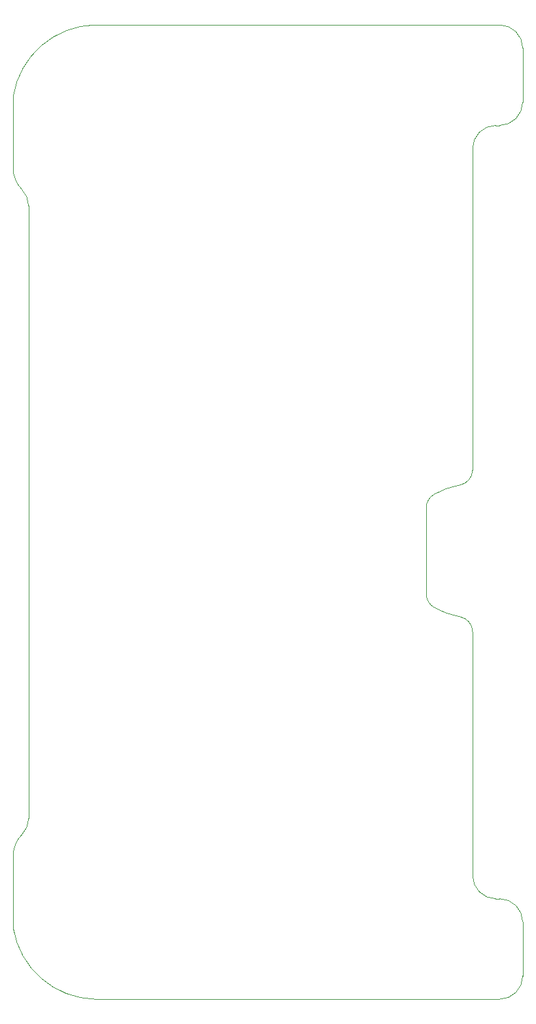
<source format=gko>
G04*
G04 #@! TF.GenerationSoftware,Altium Limited,Altium Designer,21.8.1 (53)*
G04*
G04 Layer_Color=16711935*
%FSLAX44Y44*%
%MOMM*%
G71*
G04*
G04 #@! TF.SameCoordinates,C657CB42-8F9E-4DD2-80ED-FFB10F84DBA6*
G04*
G04*
G04 #@! TF.FilePolarity,Positive*
G04*
G01*
G75*
%ADD14C,0.1000*%
D14*
X11492Y213068D02*
G03*
X20064Y234063I-21428J20996D01*
G01*
X63Y92461D02*
G03*
X106635Y63I108586J17584D01*
G01*
X630064D02*
G03*
X660063Y30064I0J30000D01*
G01*
X660063Y100063D02*
G03*
X630064Y130063I-30000J0D01*
G01*
X595214Y160063D02*
G03*
X625214Y130063I30000J0D01*
G01*
X595214Y475042D02*
G03*
X578547Y494762I-20000J0D01*
G01*
X545214Y506761D02*
G03*
X578547Y494762I50000J86603D01*
G01*
X535214Y524081D02*
G03*
X545214Y506761I20000J0D01*
G01*
Y652966D02*
G03*
X535214Y635645I10000J-17320D01*
G01*
X578547Y664965D02*
G03*
X545214Y652966I16667J-98601D01*
G01*
X578547Y664965D02*
G03*
X595214Y684685I-3333J19720D01*
G01*
X625214Y1130063D02*
G03*
X595214Y1100063I0J-30000D01*
G01*
X630064Y1130063D02*
G03*
X660063Y1160063I0J30000D01*
G01*
X660063Y1230063D02*
G03*
X630064Y1260063I-30000J0D01*
G01*
X106635D02*
G03*
X63Y1167666I2014J-109981D01*
G01*
Y1075053D02*
G03*
X11492Y1047059I40000J0D01*
G01*
X20064Y1026064D02*
G03*
X11492Y1047059I-30000J0D01*
G01*
Y213068D02*
G03*
X63Y185074I28571J-27994D01*
G01*
X20064Y234063D02*
Y1026064D01*
X106635Y63D02*
X630064D01*
X660063Y30064D02*
X660063Y100063D01*
X625214Y130063D02*
X630064D01*
X595214Y160063D02*
Y475042D01*
X535214Y524081D02*
Y635645D01*
X595214Y684685D02*
Y1100063D01*
X625214Y1130063D02*
X630064D01*
X660063Y1160063D02*
X660063Y1230063D01*
X106635Y1260063D02*
X630064D01*
X63Y1075053D02*
Y1167666D01*
Y92461D02*
Y185074D01*
M02*

</source>
